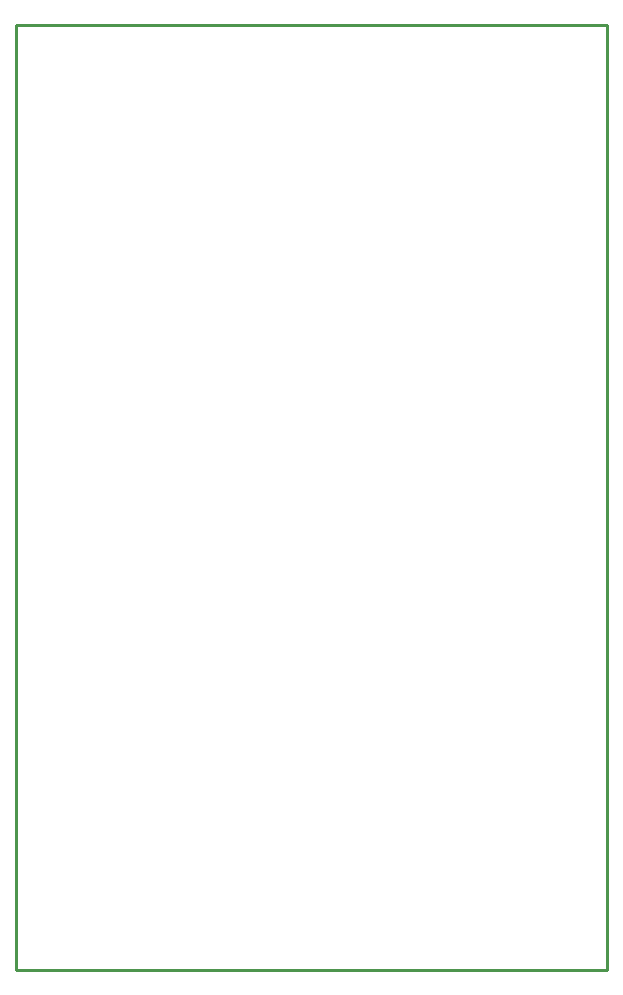
<source format=gbr>
%TF.GenerationSoftware,KiCad,Pcbnew,5.0.2-bee76a0~70~ubuntu16.04.1*%
%TF.CreationDate,2019-04-16T22:46:50+02:00*%
%TF.ProjectId,birduino-kicad,62697264-7569-46e6-9f2d-6b696361642e,rev?*%
%TF.SameCoordinates,Original*%
%TF.FileFunction,Profile,NP*%
%FSLAX46Y46*%
G04 Gerber Fmt 4.6, Leading zero omitted, Abs format (unit mm)*
G04 Created by KiCad (PCBNEW 5.0.2-bee76a0~70~ubuntu16.04.1) date Tue 16 Apr 2019 10:46:50 PM CEST*
%MOMM*%
%LPD*%
G01*
G04 APERTURE LIST*
%ADD10C,0.250000*%
G04 APERTURE END LIST*
D10*
X124460000Y-72400000D02*
X174460000Y-72400000D01*
X124460000Y-72400000D02*
X124460000Y-152400000D01*
X174460000Y-72400000D02*
X174460000Y-152400000D01*
X124460000Y-152400000D02*
X174460000Y-152400000D01*
M02*

</source>
